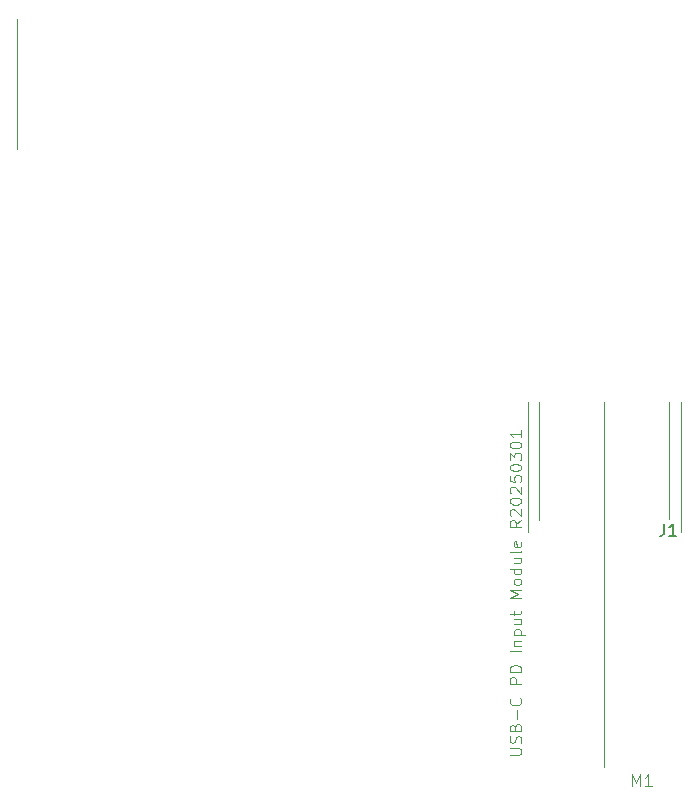
<source format=gto>
G04 #@! TF.GenerationSoftware,KiCad,Pcbnew,9.0.1+1*
G04 #@! TF.CreationDate,2025-11-12T15:35:11+00:00*
G04 #@! TF.ProjectId,usb-c-power-in,7573622d-632d-4706-9f77-65722d696e2e,rev?*
G04 #@! TF.SameCoordinates,Original*
G04 #@! TF.FileFunction,Legend,Top*
G04 #@! TF.FilePolarity,Positive*
%FSLAX46Y46*%
G04 Gerber Fmt 4.6, Leading zero omitted, Abs format (unit mm)*
G04 Created by KiCad (PCBNEW 9.0.1+1) date 2025-11-12 15:35:11*
%MOMM*%
%LPD*%
G01*
G04 APERTURE LIST*
%ADD10C,0.100000*%
%ADD11C,0.150000*%
%ADD12R,6.000000X15.000000*%
%ADD13R,2.540000X2.000000*%
G04 APERTURE END LIST*
D10*
X49708000Y-26862200D02*
X49708000Y-57762200D01*
X44208000Y-26862200D02*
X44208000Y-36862200D01*
X56208000Y-26862200D02*
X56208000Y-37862200D01*
X43208000Y-26862200D02*
X43208000Y-37862200D01*
X0Y5500000D02*
X0Y-5500000D01*
X55208000Y-26862200D02*
X55208000Y-36762200D01*
X41685819Y-56760715D02*
X42495342Y-56760715D01*
X42495342Y-56760715D02*
X42590580Y-56713096D01*
X42590580Y-56713096D02*
X42638200Y-56665477D01*
X42638200Y-56665477D02*
X42685819Y-56570239D01*
X42685819Y-56570239D02*
X42685819Y-56379763D01*
X42685819Y-56379763D02*
X42638200Y-56284525D01*
X42638200Y-56284525D02*
X42590580Y-56236906D01*
X42590580Y-56236906D02*
X42495342Y-56189287D01*
X42495342Y-56189287D02*
X41685819Y-56189287D01*
X42638200Y-55760715D02*
X42685819Y-55617858D01*
X42685819Y-55617858D02*
X42685819Y-55379763D01*
X42685819Y-55379763D02*
X42638200Y-55284525D01*
X42638200Y-55284525D02*
X42590580Y-55236906D01*
X42590580Y-55236906D02*
X42495342Y-55189287D01*
X42495342Y-55189287D02*
X42400104Y-55189287D01*
X42400104Y-55189287D02*
X42304866Y-55236906D01*
X42304866Y-55236906D02*
X42257247Y-55284525D01*
X42257247Y-55284525D02*
X42209628Y-55379763D01*
X42209628Y-55379763D02*
X42162009Y-55570239D01*
X42162009Y-55570239D02*
X42114390Y-55665477D01*
X42114390Y-55665477D02*
X42066771Y-55713096D01*
X42066771Y-55713096D02*
X41971533Y-55760715D01*
X41971533Y-55760715D02*
X41876295Y-55760715D01*
X41876295Y-55760715D02*
X41781057Y-55713096D01*
X41781057Y-55713096D02*
X41733438Y-55665477D01*
X41733438Y-55665477D02*
X41685819Y-55570239D01*
X41685819Y-55570239D02*
X41685819Y-55332144D01*
X41685819Y-55332144D02*
X41733438Y-55189287D01*
X42162009Y-54427382D02*
X42209628Y-54284525D01*
X42209628Y-54284525D02*
X42257247Y-54236906D01*
X42257247Y-54236906D02*
X42352485Y-54189287D01*
X42352485Y-54189287D02*
X42495342Y-54189287D01*
X42495342Y-54189287D02*
X42590580Y-54236906D01*
X42590580Y-54236906D02*
X42638200Y-54284525D01*
X42638200Y-54284525D02*
X42685819Y-54379763D01*
X42685819Y-54379763D02*
X42685819Y-54760715D01*
X42685819Y-54760715D02*
X41685819Y-54760715D01*
X41685819Y-54760715D02*
X41685819Y-54427382D01*
X41685819Y-54427382D02*
X41733438Y-54332144D01*
X41733438Y-54332144D02*
X41781057Y-54284525D01*
X41781057Y-54284525D02*
X41876295Y-54236906D01*
X41876295Y-54236906D02*
X41971533Y-54236906D01*
X41971533Y-54236906D02*
X42066771Y-54284525D01*
X42066771Y-54284525D02*
X42114390Y-54332144D01*
X42114390Y-54332144D02*
X42162009Y-54427382D01*
X42162009Y-54427382D02*
X42162009Y-54760715D01*
X42304866Y-53760715D02*
X42304866Y-52998811D01*
X42590580Y-51951192D02*
X42638200Y-51998811D01*
X42638200Y-51998811D02*
X42685819Y-52141668D01*
X42685819Y-52141668D02*
X42685819Y-52236906D01*
X42685819Y-52236906D02*
X42638200Y-52379763D01*
X42638200Y-52379763D02*
X42542961Y-52475001D01*
X42542961Y-52475001D02*
X42447723Y-52522620D01*
X42447723Y-52522620D02*
X42257247Y-52570239D01*
X42257247Y-52570239D02*
X42114390Y-52570239D01*
X42114390Y-52570239D02*
X41923914Y-52522620D01*
X41923914Y-52522620D02*
X41828676Y-52475001D01*
X41828676Y-52475001D02*
X41733438Y-52379763D01*
X41733438Y-52379763D02*
X41685819Y-52236906D01*
X41685819Y-52236906D02*
X41685819Y-52141668D01*
X41685819Y-52141668D02*
X41733438Y-51998811D01*
X41733438Y-51998811D02*
X41781057Y-51951192D01*
X42685819Y-50760715D02*
X41685819Y-50760715D01*
X41685819Y-50760715D02*
X41685819Y-50379763D01*
X41685819Y-50379763D02*
X41733438Y-50284525D01*
X41733438Y-50284525D02*
X41781057Y-50236906D01*
X41781057Y-50236906D02*
X41876295Y-50189287D01*
X41876295Y-50189287D02*
X42019152Y-50189287D01*
X42019152Y-50189287D02*
X42114390Y-50236906D01*
X42114390Y-50236906D02*
X42162009Y-50284525D01*
X42162009Y-50284525D02*
X42209628Y-50379763D01*
X42209628Y-50379763D02*
X42209628Y-50760715D01*
X42685819Y-49760715D02*
X41685819Y-49760715D01*
X41685819Y-49760715D02*
X41685819Y-49522620D01*
X41685819Y-49522620D02*
X41733438Y-49379763D01*
X41733438Y-49379763D02*
X41828676Y-49284525D01*
X41828676Y-49284525D02*
X41923914Y-49236906D01*
X41923914Y-49236906D02*
X42114390Y-49189287D01*
X42114390Y-49189287D02*
X42257247Y-49189287D01*
X42257247Y-49189287D02*
X42447723Y-49236906D01*
X42447723Y-49236906D02*
X42542961Y-49284525D01*
X42542961Y-49284525D02*
X42638200Y-49379763D01*
X42638200Y-49379763D02*
X42685819Y-49522620D01*
X42685819Y-49522620D02*
X42685819Y-49760715D01*
X42685819Y-47998810D02*
X41685819Y-47998810D01*
X42019152Y-47522620D02*
X42685819Y-47522620D01*
X42114390Y-47522620D02*
X42066771Y-47475001D01*
X42066771Y-47475001D02*
X42019152Y-47379763D01*
X42019152Y-47379763D02*
X42019152Y-47236906D01*
X42019152Y-47236906D02*
X42066771Y-47141668D01*
X42066771Y-47141668D02*
X42162009Y-47094049D01*
X42162009Y-47094049D02*
X42685819Y-47094049D01*
X42019152Y-46617858D02*
X43019152Y-46617858D01*
X42066771Y-46617858D02*
X42019152Y-46522620D01*
X42019152Y-46522620D02*
X42019152Y-46332144D01*
X42019152Y-46332144D02*
X42066771Y-46236906D01*
X42066771Y-46236906D02*
X42114390Y-46189287D01*
X42114390Y-46189287D02*
X42209628Y-46141668D01*
X42209628Y-46141668D02*
X42495342Y-46141668D01*
X42495342Y-46141668D02*
X42590580Y-46189287D01*
X42590580Y-46189287D02*
X42638200Y-46236906D01*
X42638200Y-46236906D02*
X42685819Y-46332144D01*
X42685819Y-46332144D02*
X42685819Y-46522620D01*
X42685819Y-46522620D02*
X42638200Y-46617858D01*
X42019152Y-45284525D02*
X42685819Y-45284525D01*
X42019152Y-45713096D02*
X42542961Y-45713096D01*
X42542961Y-45713096D02*
X42638200Y-45665477D01*
X42638200Y-45665477D02*
X42685819Y-45570239D01*
X42685819Y-45570239D02*
X42685819Y-45427382D01*
X42685819Y-45427382D02*
X42638200Y-45332144D01*
X42638200Y-45332144D02*
X42590580Y-45284525D01*
X42019152Y-44951191D02*
X42019152Y-44570239D01*
X41685819Y-44808334D02*
X42542961Y-44808334D01*
X42542961Y-44808334D02*
X42638200Y-44760715D01*
X42638200Y-44760715D02*
X42685819Y-44665477D01*
X42685819Y-44665477D02*
X42685819Y-44570239D01*
X42685819Y-43475000D02*
X41685819Y-43475000D01*
X41685819Y-43475000D02*
X42400104Y-43141667D01*
X42400104Y-43141667D02*
X41685819Y-42808334D01*
X41685819Y-42808334D02*
X42685819Y-42808334D01*
X42685819Y-42189286D02*
X42638200Y-42284524D01*
X42638200Y-42284524D02*
X42590580Y-42332143D01*
X42590580Y-42332143D02*
X42495342Y-42379762D01*
X42495342Y-42379762D02*
X42209628Y-42379762D01*
X42209628Y-42379762D02*
X42114390Y-42332143D01*
X42114390Y-42332143D02*
X42066771Y-42284524D01*
X42066771Y-42284524D02*
X42019152Y-42189286D01*
X42019152Y-42189286D02*
X42019152Y-42046429D01*
X42019152Y-42046429D02*
X42066771Y-41951191D01*
X42066771Y-41951191D02*
X42114390Y-41903572D01*
X42114390Y-41903572D02*
X42209628Y-41855953D01*
X42209628Y-41855953D02*
X42495342Y-41855953D01*
X42495342Y-41855953D02*
X42590580Y-41903572D01*
X42590580Y-41903572D02*
X42638200Y-41951191D01*
X42638200Y-41951191D02*
X42685819Y-42046429D01*
X42685819Y-42046429D02*
X42685819Y-42189286D01*
X42685819Y-40998810D02*
X41685819Y-40998810D01*
X42638200Y-40998810D02*
X42685819Y-41094048D01*
X42685819Y-41094048D02*
X42685819Y-41284524D01*
X42685819Y-41284524D02*
X42638200Y-41379762D01*
X42638200Y-41379762D02*
X42590580Y-41427381D01*
X42590580Y-41427381D02*
X42495342Y-41475000D01*
X42495342Y-41475000D02*
X42209628Y-41475000D01*
X42209628Y-41475000D02*
X42114390Y-41427381D01*
X42114390Y-41427381D02*
X42066771Y-41379762D01*
X42066771Y-41379762D02*
X42019152Y-41284524D01*
X42019152Y-41284524D02*
X42019152Y-41094048D01*
X42019152Y-41094048D02*
X42066771Y-40998810D01*
X42019152Y-40094048D02*
X42685819Y-40094048D01*
X42019152Y-40522619D02*
X42542961Y-40522619D01*
X42542961Y-40522619D02*
X42638200Y-40475000D01*
X42638200Y-40475000D02*
X42685819Y-40379762D01*
X42685819Y-40379762D02*
X42685819Y-40236905D01*
X42685819Y-40236905D02*
X42638200Y-40141667D01*
X42638200Y-40141667D02*
X42590580Y-40094048D01*
X42685819Y-39475000D02*
X42638200Y-39570238D01*
X42638200Y-39570238D02*
X42542961Y-39617857D01*
X42542961Y-39617857D02*
X41685819Y-39617857D01*
X42638200Y-38713095D02*
X42685819Y-38808333D01*
X42685819Y-38808333D02*
X42685819Y-38998809D01*
X42685819Y-38998809D02*
X42638200Y-39094047D01*
X42638200Y-39094047D02*
X42542961Y-39141666D01*
X42542961Y-39141666D02*
X42162009Y-39141666D01*
X42162009Y-39141666D02*
X42066771Y-39094047D01*
X42066771Y-39094047D02*
X42019152Y-38998809D01*
X42019152Y-38998809D02*
X42019152Y-38808333D01*
X42019152Y-38808333D02*
X42066771Y-38713095D01*
X42066771Y-38713095D02*
X42162009Y-38665476D01*
X42162009Y-38665476D02*
X42257247Y-38665476D01*
X42257247Y-38665476D02*
X42352485Y-39141666D01*
X42685819Y-36903571D02*
X42209628Y-37236904D01*
X42685819Y-37474999D02*
X41685819Y-37474999D01*
X41685819Y-37474999D02*
X41685819Y-37094047D01*
X41685819Y-37094047D02*
X41733438Y-36998809D01*
X41733438Y-36998809D02*
X41781057Y-36951190D01*
X41781057Y-36951190D02*
X41876295Y-36903571D01*
X41876295Y-36903571D02*
X42019152Y-36903571D01*
X42019152Y-36903571D02*
X42114390Y-36951190D01*
X42114390Y-36951190D02*
X42162009Y-36998809D01*
X42162009Y-36998809D02*
X42209628Y-37094047D01*
X42209628Y-37094047D02*
X42209628Y-37474999D01*
X41781057Y-36522618D02*
X41733438Y-36474999D01*
X41733438Y-36474999D02*
X41685819Y-36379761D01*
X41685819Y-36379761D02*
X41685819Y-36141666D01*
X41685819Y-36141666D02*
X41733438Y-36046428D01*
X41733438Y-36046428D02*
X41781057Y-35998809D01*
X41781057Y-35998809D02*
X41876295Y-35951190D01*
X41876295Y-35951190D02*
X41971533Y-35951190D01*
X41971533Y-35951190D02*
X42114390Y-35998809D01*
X42114390Y-35998809D02*
X42685819Y-36570237D01*
X42685819Y-36570237D02*
X42685819Y-35951190D01*
X41685819Y-35332142D02*
X41685819Y-35236904D01*
X41685819Y-35236904D02*
X41733438Y-35141666D01*
X41733438Y-35141666D02*
X41781057Y-35094047D01*
X41781057Y-35094047D02*
X41876295Y-35046428D01*
X41876295Y-35046428D02*
X42066771Y-34998809D01*
X42066771Y-34998809D02*
X42304866Y-34998809D01*
X42304866Y-34998809D02*
X42495342Y-35046428D01*
X42495342Y-35046428D02*
X42590580Y-35094047D01*
X42590580Y-35094047D02*
X42638200Y-35141666D01*
X42638200Y-35141666D02*
X42685819Y-35236904D01*
X42685819Y-35236904D02*
X42685819Y-35332142D01*
X42685819Y-35332142D02*
X42638200Y-35427380D01*
X42638200Y-35427380D02*
X42590580Y-35474999D01*
X42590580Y-35474999D02*
X42495342Y-35522618D01*
X42495342Y-35522618D02*
X42304866Y-35570237D01*
X42304866Y-35570237D02*
X42066771Y-35570237D01*
X42066771Y-35570237D02*
X41876295Y-35522618D01*
X41876295Y-35522618D02*
X41781057Y-35474999D01*
X41781057Y-35474999D02*
X41733438Y-35427380D01*
X41733438Y-35427380D02*
X41685819Y-35332142D01*
X41781057Y-34617856D02*
X41733438Y-34570237D01*
X41733438Y-34570237D02*
X41685819Y-34474999D01*
X41685819Y-34474999D02*
X41685819Y-34236904D01*
X41685819Y-34236904D02*
X41733438Y-34141666D01*
X41733438Y-34141666D02*
X41781057Y-34094047D01*
X41781057Y-34094047D02*
X41876295Y-34046428D01*
X41876295Y-34046428D02*
X41971533Y-34046428D01*
X41971533Y-34046428D02*
X42114390Y-34094047D01*
X42114390Y-34094047D02*
X42685819Y-34665475D01*
X42685819Y-34665475D02*
X42685819Y-34046428D01*
X41685819Y-33141666D02*
X41685819Y-33617856D01*
X41685819Y-33617856D02*
X42162009Y-33665475D01*
X42162009Y-33665475D02*
X42114390Y-33617856D01*
X42114390Y-33617856D02*
X42066771Y-33522618D01*
X42066771Y-33522618D02*
X42066771Y-33284523D01*
X42066771Y-33284523D02*
X42114390Y-33189285D01*
X42114390Y-33189285D02*
X42162009Y-33141666D01*
X42162009Y-33141666D02*
X42257247Y-33094047D01*
X42257247Y-33094047D02*
X42495342Y-33094047D01*
X42495342Y-33094047D02*
X42590580Y-33141666D01*
X42590580Y-33141666D02*
X42638200Y-33189285D01*
X42638200Y-33189285D02*
X42685819Y-33284523D01*
X42685819Y-33284523D02*
X42685819Y-33522618D01*
X42685819Y-33522618D02*
X42638200Y-33617856D01*
X42638200Y-33617856D02*
X42590580Y-33665475D01*
X41685819Y-32474999D02*
X41685819Y-32379761D01*
X41685819Y-32379761D02*
X41733438Y-32284523D01*
X41733438Y-32284523D02*
X41781057Y-32236904D01*
X41781057Y-32236904D02*
X41876295Y-32189285D01*
X41876295Y-32189285D02*
X42066771Y-32141666D01*
X42066771Y-32141666D02*
X42304866Y-32141666D01*
X42304866Y-32141666D02*
X42495342Y-32189285D01*
X42495342Y-32189285D02*
X42590580Y-32236904D01*
X42590580Y-32236904D02*
X42638200Y-32284523D01*
X42638200Y-32284523D02*
X42685819Y-32379761D01*
X42685819Y-32379761D02*
X42685819Y-32474999D01*
X42685819Y-32474999D02*
X42638200Y-32570237D01*
X42638200Y-32570237D02*
X42590580Y-32617856D01*
X42590580Y-32617856D02*
X42495342Y-32665475D01*
X42495342Y-32665475D02*
X42304866Y-32713094D01*
X42304866Y-32713094D02*
X42066771Y-32713094D01*
X42066771Y-32713094D02*
X41876295Y-32665475D01*
X41876295Y-32665475D02*
X41781057Y-32617856D01*
X41781057Y-32617856D02*
X41733438Y-32570237D01*
X41733438Y-32570237D02*
X41685819Y-32474999D01*
X41685819Y-31808332D02*
X41685819Y-31189285D01*
X41685819Y-31189285D02*
X42066771Y-31522618D01*
X42066771Y-31522618D02*
X42066771Y-31379761D01*
X42066771Y-31379761D02*
X42114390Y-31284523D01*
X42114390Y-31284523D02*
X42162009Y-31236904D01*
X42162009Y-31236904D02*
X42257247Y-31189285D01*
X42257247Y-31189285D02*
X42495342Y-31189285D01*
X42495342Y-31189285D02*
X42590580Y-31236904D01*
X42590580Y-31236904D02*
X42638200Y-31284523D01*
X42638200Y-31284523D02*
X42685819Y-31379761D01*
X42685819Y-31379761D02*
X42685819Y-31665475D01*
X42685819Y-31665475D02*
X42638200Y-31760713D01*
X42638200Y-31760713D02*
X42590580Y-31808332D01*
X41685819Y-30570237D02*
X41685819Y-30474999D01*
X41685819Y-30474999D02*
X41733438Y-30379761D01*
X41733438Y-30379761D02*
X41781057Y-30332142D01*
X41781057Y-30332142D02*
X41876295Y-30284523D01*
X41876295Y-30284523D02*
X42066771Y-30236904D01*
X42066771Y-30236904D02*
X42304866Y-30236904D01*
X42304866Y-30236904D02*
X42495342Y-30284523D01*
X42495342Y-30284523D02*
X42590580Y-30332142D01*
X42590580Y-30332142D02*
X42638200Y-30379761D01*
X42638200Y-30379761D02*
X42685819Y-30474999D01*
X42685819Y-30474999D02*
X42685819Y-30570237D01*
X42685819Y-30570237D02*
X42638200Y-30665475D01*
X42638200Y-30665475D02*
X42590580Y-30713094D01*
X42590580Y-30713094D02*
X42495342Y-30760713D01*
X42495342Y-30760713D02*
X42304866Y-30808332D01*
X42304866Y-30808332D02*
X42066771Y-30808332D01*
X42066771Y-30808332D02*
X41876295Y-30760713D01*
X41876295Y-30760713D02*
X41781057Y-30713094D01*
X41781057Y-30713094D02*
X41733438Y-30665475D01*
X41733438Y-30665475D02*
X41685819Y-30570237D01*
X42685819Y-29284523D02*
X42685819Y-29855951D01*
X42685819Y-29570237D02*
X41685819Y-29570237D01*
X41685819Y-29570237D02*
X41828676Y-29665475D01*
X41828676Y-29665475D02*
X41923914Y-29760713D01*
X41923914Y-29760713D02*
X41971533Y-29855951D01*
D11*
X54773666Y-37215419D02*
X54773666Y-37929704D01*
X54773666Y-37929704D02*
X54726047Y-38072561D01*
X54726047Y-38072561D02*
X54630809Y-38167800D01*
X54630809Y-38167800D02*
X54487952Y-38215419D01*
X54487952Y-38215419D02*
X54392714Y-38215419D01*
X55773666Y-38215419D02*
X55202238Y-38215419D01*
X55487952Y-38215419D02*
X55487952Y-37215419D01*
X55487952Y-37215419D02*
X55392714Y-37358276D01*
X55392714Y-37358276D02*
X55297476Y-37453514D01*
X55297476Y-37453514D02*
X55202238Y-37501133D01*
D10*
X52048476Y-59419619D02*
X52048476Y-58419619D01*
X52048476Y-58419619D02*
X52381809Y-59133904D01*
X52381809Y-59133904D02*
X52715142Y-58419619D01*
X52715142Y-58419619D02*
X52715142Y-59419619D01*
X53715142Y-59419619D02*
X53143714Y-59419619D01*
X53429428Y-59419619D02*
X53429428Y-58419619D01*
X53429428Y-58419619D02*
X53334190Y-58562476D01*
X53334190Y-58562476D02*
X53238952Y-58657714D01*
X53238952Y-58657714D02*
X53143714Y-58705333D01*
%LPC*%
D12*
X53252800Y-46803000D03*
X46293200Y-46803000D03*
D13*
X39736000Y-28032400D03*
G36*
G01*
X42061000Y-27657400D02*
X42061000Y-28407400D01*
G75*
G02*
X41811000Y-28657400I-250000J0D01*
G01*
X41061000Y-28657400D01*
G75*
G02*
X40811000Y-28407400I0J250000D01*
G01*
X40811000Y-27657400D01*
G75*
G02*
X41061000Y-27407400I250000J0D01*
G01*
X41811000Y-27407400D01*
G75*
G02*
X42061000Y-27657400I0J-250000D01*
G01*
G37*
X39736000Y-58512400D03*
G36*
G01*
X42061000Y-58137400D02*
X42061000Y-58887400D01*
G75*
G02*
X41811000Y-59137400I-250000J0D01*
G01*
X41061000Y-59137400D01*
G75*
G02*
X40811000Y-58887400I0J250000D01*
G01*
X40811000Y-58137400D01*
G75*
G02*
X41061000Y-57887400I250000J0D01*
G01*
X41811000Y-57887400D01*
G75*
G02*
X42061000Y-58137400I0J-250000D01*
G01*
G37*
G36*
G01*
X58661000Y-27657400D02*
X58661000Y-28407400D01*
G75*
G02*
X58411000Y-28657400I-250000J0D01*
G01*
X57661000Y-28657400D01*
G75*
G02*
X57411000Y-28407400I0J250000D01*
G01*
X57411000Y-27657400D01*
G75*
G02*
X57661000Y-27407400I250000J0D01*
G01*
X58411000Y-27407400D01*
G75*
G02*
X58661000Y-27657400I0J-250000D01*
G01*
G37*
X59736000Y-28032400D03*
G36*
G01*
X58661000Y-55597400D02*
X58661000Y-56347400D01*
G75*
G02*
X58411000Y-56597400I-250000J0D01*
G01*
X57661000Y-56597400D01*
G75*
G02*
X57411000Y-56347400I0J250000D01*
G01*
X57411000Y-55597400D01*
G75*
G02*
X57661000Y-55347400I250000J0D01*
G01*
X58411000Y-55347400D01*
G75*
G02*
X58661000Y-55597400I0J-250000D01*
G01*
G37*
X59736000Y-55972400D03*
G36*
G01*
X58661000Y-58137400D02*
X58661000Y-58887400D01*
G75*
G02*
X58411000Y-59137400I-250000J0D01*
G01*
X57661000Y-59137400D01*
G75*
G02*
X57411000Y-58887400I0J250000D01*
G01*
X57411000Y-58137400D01*
G75*
G02*
X57661000Y-57887400I250000J0D01*
G01*
X58411000Y-57887400D01*
G75*
G02*
X58661000Y-58137400I0J-250000D01*
G01*
G37*
X59736000Y-58512400D03*
%LPD*%
M02*

</source>
